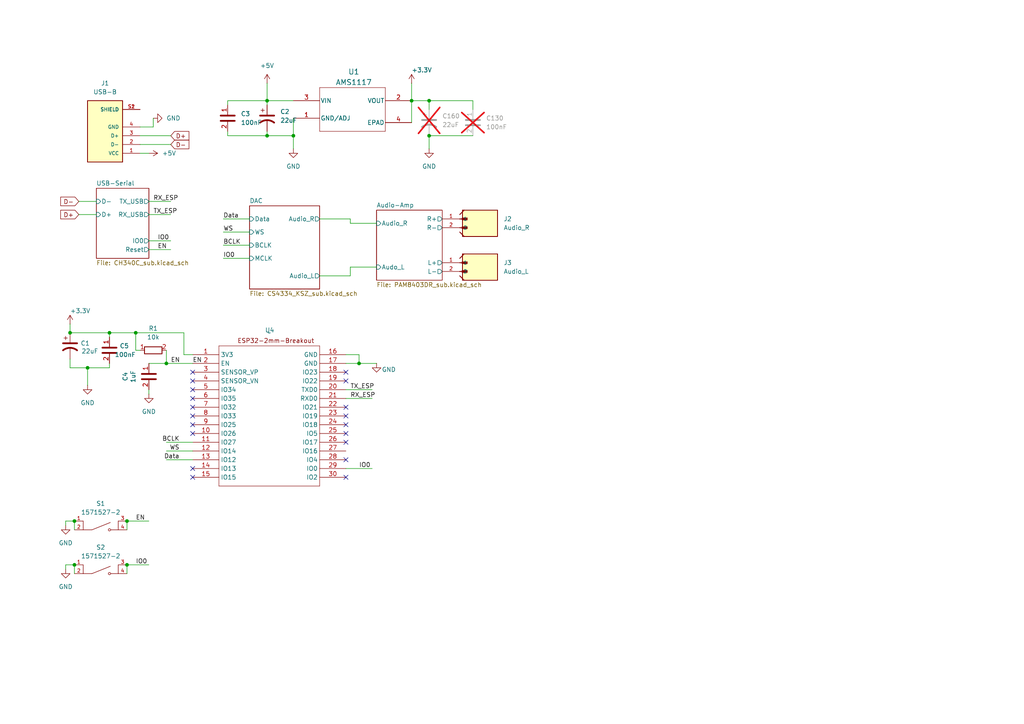
<source format=kicad_sch>
(kicad_sch (version 20231120) (generator "eeschema") (generator_version "8.0")
  (paper "A4")
  (lib_symbols
    (symbol "Device:C_Polarized_US" (pin_numbers hide) (pin_names (offset 0.254) hide)
      (property "Reference" "C" (at 0.635 2.54 0))
      (property "Value" "C_Polarized_US" (at 0.635 -2.54 0))
      (symbol "C_Polarized_US_0_1"
        (polyline (pts (xy -2.032 0.762) (xy 2.032 0.762)) (stroke (width 0.508)))
        (polyline (pts (xy -1.778 2.286) (xy -0.762 2.286)))
        (polyline (pts (xy -1.27 1.778) (xy -1.27 2.794)))
        (arc (start 2.032 -1.27) (mid 0 -0.5572) (end -2.032 -1.27) (stroke (width 0.508)))
      )
      (symbol "C_Polarized_US_1_1"
        (pin passive line (at 0 3.81 270) (length 2.794) (name "~") (number "1"))
        (pin passive line (at 0 -3.81 90) (length 3.302) (name "~") (number "2"))
      )
    )
    (symbol "PVA_board:1571527-2" (pin_names (offset 1.016))
      (property "Reference" "S" (at -2.54 1.27 0))
      (property "Value" "1571527-2" (at -4.826 -2.54 0))
      (symbol "1571527-2_0_0"
        (polyline (pts (xy -2.54 -1.27) (xy -5.08 -1.27)) (stroke (width 0.1524)))
        (polyline (pts (xy -2.54 -1.27) (xy 2.794 0.8636)) (stroke (width 0.1524)))
        (polyline (pts (xy 5.08 -1.27) (xy 2.921 -1.27)) (stroke (width 0.1524)))
        (circle (center 2.54 -1.27) (radius 0.3302) (stroke (width 0.1524)))
        (pin passive line (at -7.62 1.27 0) (length 2.54) (name "~") (number "1"))
        (pin passive line (at -7.62 -1.27 0) (length 2.54) (name "~") (number "2"))
        (pin passive line (at 7.62 1.27 180) (length 2.54) (name "~") (number "3"))
        (pin passive line (at 7.62 -1.27 180) (length 2.54) (name "~") (number "4"))
      )
      (symbol "1571527-2_0_1"
        (polyline (pts (xy -5.08 1.27) (xy -5.08 -1.27)))
        (polyline (pts (xy 5.08 1.27) (xy 5.08 -1.27)))
      )
    )
    (symbol "PVA_board:AMS1117" (pin_names (offset 0.254))
      (property "Reference" "U" (at -0.508 9.652 0))
      (property "Value" "AMS1117" (at -0.508 7.112 0))
      (symbol "AMS1117_0_1"
        (polyline (pts (xy -10.16 -7.62) (xy 8.89 -7.62)) (stroke (width 0.127)))
        (polyline (pts (xy -10.16 5.08) (xy -10.16 -7.62)) (stroke (width 0.127)))
        (polyline (pts (xy 8.89 -7.62) (xy 8.89 5.08)) (stroke (width 0.127)))
        (polyline (pts (xy 8.89 5.08) (xy -10.16 5.08)) (stroke (width 0.127)))
        (pin output line (at 16.51 1.27 180) (length 7.62) (name "VOUT") (number "2"))
        (pin input line (at -17.78 1.27 0) (length 7.62) (name "VIN") (number "3"))
        (pin power_in line (at 16.51 -5.08 180) (length 7.62) (name "EPAD") (number "4"))
      )
      (symbol "AMS1117_1_1"
        (pin power_out line (at -17.78 -3.81 0) (length 7.62) (name "GND/ADJ") (number "1"))
      )
    )
    (symbol "PVA_board:B2B-PH" (pin_names (offset 1.016))
      (property "Reference" "J" (at -5.58 5.08 0))
      (property "Value" "B2B-PH" (at -3.048 -4.572 0))
      (symbol "B2B-PH_0_0"
        (rectangle (start -4.445 -0.3175) (end -2.8575 0.3175) (stroke (width 0.1)) (fill (type outline)))
        (rectangle (start -4.445 2.2225) (end -2.8575 2.8575) (stroke (width 0.1)) (fill (type outline)))
        (rectangle (start -4.2863 -2.54) (end 5.8738 5.08) (stroke (width 0.254)) (fill (type background)))
        (polyline (pts (xy -5.08 -1.27) (xy -3.81 -2.54)) (stroke (width 0.254)))
        (polyline (pts (xy -5.08 0) (xy -3.175 0)) (stroke (width 0.254)))
        (polyline (pts (xy -5.08 2.54) (xy -3.175 2.54)) (stroke (width 0.254)))
        (polyline (pts (xy -5.08 3.81) (xy -3.81 5.08)) (stroke (width 0.254)))
        (pin passive line (at -10.16 2.54 0) (length 5.08) (name "1") (number "1"))
        (pin passive line (at -10.16 0 0) (length 5.08) (name "2") (number "2"))
      )
    )
    (symbol "PVA_board:C"
      (property "Reference" "C" (at 0 0 0))
      (symbol "C_0_1"
        (polyline (pts (xy -0.762 3.048) (xy -0.762 7.112)) (stroke (width 0.508)))
        (polyline (pts (xy 0.762 3.048) (xy 0.762 7.112)) (stroke (width 0.508)))
      )
      (symbol "C_1_1"
        (pin passive line (at -3.81 5.08 0) (length 2.794) (name "~") (number "1"))
        (pin passive line (at 3.81 5.08 180) (length 2.794) (name "~") (number "2"))
      )
    )
    (symbol "PVA_board:ESP32_breakout_2mm"
      (property "Reference" "U" (at 0 2.286 0))
      (symbol "ESP32_breakout_2mm_0_1"
        (polyline (pts (xy -15.24 -41.91) (xy 13.97 -41.91)) (stroke (width 0.127)))
        (polyline (pts (xy -15.24 -1.27) (xy -15.24 -41.91)) (stroke (width 0.127)))
        (polyline (pts (xy 13.97 -41.91) (xy 13.97 -1.27)) (stroke (width 0.127)))
        (polyline (pts (xy 13.97 -1.27) (xy -15.24 -1.27)) (stroke (width 0.127)))
        (pin bidirectional line (at 21.59 -31.75 180) (length 7.62) (name "IO16") (number "27"))
      )
      (symbol "ESP32_breakout_2mm_1_1"
        (text "ESP32-2mm-Breakout\n" (at 1.27 0.254 0) (effects (font (size 1.27 1.27))))
        (pin power_in line (at -22.86 -3.81 0) (length 7.62) (name "3V3") (number "1"))
        (pin bidirectional line (at -22.86 -26.67 0) (length 7.62) (name "IO26") (number "10"))
        (pin bidirectional line (at -22.86 -29.21 0) (length 7.62) (name "IO27") (number "11"))
        (pin bidirectional line (at -22.86 -31.75 0) (length 7.62) (name "IO14") (number "12"))
        (pin bidirectional line (at -22.86 -34.29 0) (length 7.62) (name "IO12") (number "13"))
        (pin bidirectional line (at -22.86 -36.83 0) (length 7.62) (name "IO13") (number "14"))
        (pin bidirectional line (at -22.86 -39.37 0) (length 7.62) (name "IO15") (number "15"))
        (pin power_out line (at 21.59 -3.81 180) (length 7.62) (name "GND") (number "16"))
        (pin power_out line (at 21.59 -6.35 180) (length 7.62) (name "GND") (number "17"))
        (pin bidirectional line (at 21.59 -8.89 180) (length 7.62) (name "IO23") (number "18"))
        (pin bidirectional line (at 21.59 -11.43 180) (length 7.62) (name "IO22") (number "19"))
        (pin input line (at -22.86 -6.35 0) (length 7.62) (name "EN") (number "2"))
        (pin bidirectional line (at 21.59 -13.97 180) (length 7.62) (name "TXD0") (number "20"))
        (pin bidirectional line (at 21.59 -16.51 180) (length 7.62) (name "RXD0") (number "21"))
        (pin bidirectional line (at 21.59 -19.05 180) (length 7.62) (name "IO21") (number "22"))
        (pin bidirectional line (at 21.59 -21.59 180) (length 7.62) (name "IO19") (number "23"))
        (pin bidirectional line (at 21.59 -24.13 180) (length 7.62) (name "IO18") (number "24"))
        (pin bidirectional line (at 21.59 -26.67 180) (length 7.62) (name "IO5") (number "25"))
        (pin bidirectional line (at 21.59 -29.21 180) (length 7.62) (name "IO17") (number "26"))
        (pin bidirectional line (at 21.59 -34.29 180) (length 7.62) (name "IO4") (number "28"))
        (pin bidirectional line (at 21.59 -36.83 180) (length 7.62) (name "IO0") (number "29"))
        (pin input line (at -22.86 -8.89 0) (length 7.62) (name "SENSOR_VP") (number "3"))
        (pin bidirectional line (at 21.59 -39.37 180) (length 7.62) (name "IO2") (number "30"))
        (pin input line (at -22.86 -11.43 0) (length 7.62) (name "SENSOR_VN") (number "4"))
        (pin input line (at -22.86 -13.97 0) (length 7.62) (name "IO34") (number "5"))
        (pin input line (at -22.86 -16.51 0) (length 7.62) (name "IO35") (number "6"))
        (pin bidirectional line (at -22.86 -19.05 0) (length 7.62) (name "IO32") (number "7"))
        (pin bidirectional line (at -22.86 -21.59 0) (length 7.62) (name "IO33") (number "8"))
        (pin bidirectional line (at -22.86 -24.13 0) (length 7.62) (name "IO25") (number "9"))
      )
    )
    (symbol "PVA_board:R"
      (property "Reference" "R" (at 0 0 0))
      (symbol "R_0_1"
        (rectangle (start 2.54 1.524) (end -2.54 3.556) (stroke (width 0.254)))
      )
      (symbol "R_1_1"
        (pin passive line (at -3.81 2.54 0) (length 1.27) (name "~") (number "1"))
        (pin passive line (at 3.81 2.54 180) (length 1.27) (name "~") (number "2"))
      )
    )
    (symbol "PVA_board:USB-B" (pin_names (offset 1.016))
      (property "Reference" "J" (at -5.08 8.89 0))
      (property "Value" "USB-B" (at -5.08 -12.7 0))
      (symbol "USB-B_0_0"
        (rectangle (start -5.08 7.62) (end 5.08 -10.16) (stroke (width 0.254)) (fill (type background)))
        (pin power_in line (at -10.16 5.08 0) (length 5.08) (name "VCC") (number "1"))
        (pin bidirectional line (at -10.16 2.54 0) (length 5.08) (name "D-") (number "2"))
        (pin bidirectional line (at -10.16 0 0) (length 5.08) (name "D+") (number "3"))
        (pin power_in line (at -10.16 -2.54 0) (length 5.08) (name "GND") (number "4"))
        (pin passive line (at -10.16 -7.62 0) (length 5.08) (name "SHIELD") (number "S1"))
        (pin passive line (at -10.16 -7.62 0) (length 5.08) (name "SHIELD") (number "S2"))
      )
    )
    (symbol "power:+3.3V" (power) (pin_numbers hide) (pin_names (offset 0) hide)
      (property "Value" "+3.3V" (at 0 3.556 0))
      (symbol "+3.3V_0_1"
        (polyline (pts (xy -0.762 1.27) (xy 0 2.54)))
        (polyline (pts (xy 0 0) (xy 0 2.54)))
        (polyline (pts (xy 0 2.54) (xy 0.762 1.27)))
      )
      (symbol "+3.3V_1_1"
        (pin power_in line (at 0 0 90) (length 0) (name "~") (number "1"))
      )
    )
    (symbol "power:+5V" (power) (pin_numbers hide) (pin_names (offset 0) hide)
      (property "Value" "+5V" (at 0 3.556 0))
      (symbol "+5V_0_1"
        (polyline (pts (xy -0.762 1.27) (xy 0 2.54)))
        (polyline (pts (xy 0 0) (xy 0 2.54)))
        (polyline (pts (xy 0 2.54) (xy 0.762 1.27)))
      )
      (symbol "+5V_1_1"
        (pin power_in line (at 0 0 90) (length 0) (name "~") (number "1"))
      )
    )
    (symbol "power:GND" (power) (pin_numbers hide) (pin_names (offset 0) hide)
      (property "Value" "GND" (at 0 -3.81 0))
      (symbol "GND_0_1"
        (polyline (pts (xy 0 0) (xy 0 -1.27) (xy 1.27 -1.27) (xy 0 -2.54) (xy -1.27 -1.27) (xy 0 -1.27)))
      )
      (symbol "GND_1_1"
        (pin power_in line (at 0 0 270) (length 0) (name "~") (number "1"))
      )
    )
  )
  (junction (at 77.47 39.37))
  (junction (at 124.46 39.37))
  (junction (at 36.83 151.13))
  (junction (at 124.46 29.21))
  (junction (at 36.83 163.83))
  (junction (at 119.38 29.21))
  (junction (at 31.75 96.52))
  (junction (at 104.14 105.41))
  (junction (at 21.59 163.83))
  (junction (at 48.26 105.41))
  (junction (at 77.47 29.21))
  (junction (at 20.32 96.52))
  (junction (at 39.37 96.52))
  (junction (at 21.59 151.13))
  (junction (at 25.4 106.68))
  (junction (at 85.09 39.37))
  (no_connect (at 100.33 110.49))
  (no_connect (at 55.88 123.19))
  (no_connect (at 100.33 133.35))
  (no_connect (at 55.88 113.03))
  (no_connect (at 100.33 118.11))
  (no_connect (at 55.88 115.57))
  (no_connect (at 55.88 125.73))
  (no_connect (at 55.88 120.65))
  (no_connect (at 55.88 107.95))
  (no_connect (at 55.88 110.49))
  (no_connect (at 100.33 123.19))
  (no_connect (at 55.88 138.43))
  (no_connect (at 100.33 128.27))
  (no_connect (at 100.33 107.95))
  (no_connect (at 100.33 120.65))
  (no_connect (at 55.88 118.11))
  (no_connect (at 100.33 138.43))
  (no_connect (at 100.33 125.73))
  (no_connect (at 55.88 135.89))
  (wire (pts (xy 20.32 104.14) (xy 20.32 106.68)))
  (wire (pts (xy 92.71 80.01) (xy 101.6 80.01)))
  (wire (pts (xy 104.14 105.41) (xy 100.33 105.41)))
  (wire (pts (xy 25.4 106.68) (xy 25.4 111.76)))
  (wire (pts (xy 40.64 41.91) (xy 49.53 41.91)))
  (wire (pts (xy 101.6 77.47) (xy 109.22 77.47)))
  (wire (pts (xy 40.64 36.83) (xy 44.45 36.83)))
  (wire (pts (xy 64.77 63.5) (xy 72.39 63.5)))
  (wire (pts (xy 31.75 106.68) (xy 25.4 106.68)))
  (wire (pts (xy 36.83 163.83) (xy 43.18 163.83)))
  (wire (pts (xy 55.88 128.27) (xy 48.26 128.27)))
  (wire (pts (xy 100.33 135.89) (xy 107.95 135.89)))
  (wire (pts (xy 119.38 24.13) (xy 119.38 29.21)))
  (wire (pts (xy 53.34 96.52) (xy 39.37 96.52)))
  (wire (pts (xy 124.46 39.37) (xy 137.16 39.37)))
  (wire (pts (xy 66.04 29.21) (xy 77.47 29.21)))
  (wire (pts (xy 77.47 29.21) (xy 85.09 29.21)))
  (wire (pts (xy 77.47 30.48) (xy 77.47 29.21)))
  (wire (pts (xy 66.04 39.37) (xy 77.47 39.37)))
  (wire (pts (xy 55.88 133.35) (xy 48.26 133.35)))
  (wire (pts (xy 43.18 58.42) (xy 49.53 58.42)))
  (wire (pts (xy 43.18 113.03) (xy 43.18 114.3)))
  (wire (pts (xy 64.77 67.31) (xy 72.39 67.31)))
  (wire (pts (xy 124.46 43.18) (xy 124.46 39.37)))
  (wire (pts (xy 21.59 163.83) (xy 19.05 163.83)))
  (wire (pts (xy 21.59 151.13) (xy 19.05 151.13)))
  (wire (pts (xy 19.05 163.83) (xy 19.05 165.1)))
  (wire (pts (xy 77.47 24.13) (xy 77.47 29.21)))
  (wire (pts (xy 31.75 96.52) (xy 39.37 96.52)))
  (wire (pts (xy 77.47 39.37) (xy 85.09 39.37)))
  (wire (pts (xy 124.46 29.21) (xy 124.46 31.75)))
  (wire (pts (xy 21.59 151.13) (xy 21.59 153.67)))
  (wire (pts (xy 64.77 71.12) (xy 72.39 71.12)))
  (wire (pts (xy 100.33 115.57) (xy 107.95 115.57)))
  (wire (pts (xy 92.71 63.5) (xy 101.6 63.5)))
  (wire (pts (xy 124.46 29.21) (xy 137.16 29.21)))
  (wire (pts (xy 21.59 163.83) (xy 21.59 166.37)))
  (wire (pts (xy 55.88 102.87) (xy 53.34 102.87)))
  (wire (pts (xy 109.22 105.41) (xy 104.14 105.41)))
  (wire (pts (xy 85.09 39.37) (xy 85.09 34.29)))
  (wire (pts (xy 36.83 151.13) (xy 43.18 151.13)))
  (wire (pts (xy 48.26 105.41) (xy 55.88 105.41)))
  (wire (pts (xy 48.26 101.6) (xy 48.26 105.41)))
  (wire (pts (xy 66.04 38.1) (xy 66.04 39.37)))
  (wire (pts (xy 40.64 39.37) (xy 49.53 39.37)))
  (wire (pts (xy 64.77 74.93) (xy 72.39 74.93)))
  (wire (pts (xy 31.75 97.79) (xy 31.75 96.52)))
  (wire (pts (xy 36.83 163.83) (xy 36.83 166.37)))
  (wire (pts (xy 77.47 38.1) (xy 77.47 39.37)))
  (wire (pts (xy 104.14 102.87) (xy 104.14 105.41)))
  (wire (pts (xy 31.75 105.41) (xy 31.75 106.68)))
  (wire (pts (xy 119.38 29.21) (xy 119.38 35.56)))
  (wire (pts (xy 101.6 63.5) (xy 101.6 64.77)))
  (wire (pts (xy 100.33 102.87) (xy 104.14 102.87)))
  (wire (pts (xy 137.16 29.21) (xy 137.16 31.75)))
  (wire (pts (xy 20.32 93.98) (xy 20.32 96.52)))
  (wire (pts (xy 20.32 96.52) (xy 31.75 96.52)))
  (wire (pts (xy 40.64 44.45) (xy 43.18 44.45)))
  (wire (pts (xy 101.6 64.77) (xy 109.22 64.77)))
  (wire (pts (xy 66.04 29.21) (xy 66.04 30.48)))
  (wire (pts (xy 43.18 105.41) (xy 48.26 105.41)))
  (wire (pts (xy 20.32 106.68) (xy 25.4 106.68)))
  (wire (pts (xy 100.33 113.03) (xy 107.95 113.03)))
  (wire (pts (xy 124.46 29.21) (xy 119.38 29.21)))
  (wire (pts (xy 43.18 62.23) (xy 49.53 62.23)))
  (wire (pts (xy 85.09 43.18) (xy 85.09 39.37)))
  (wire (pts (xy 39.37 101.6) (xy 39.37 96.52)))
  (wire (pts (xy 53.34 96.52) (xy 53.34 102.87)))
  (wire (pts (xy 22.86 58.42) (xy 27.94 58.42)))
  (wire (pts (xy 43.18 69.85) (xy 49.53 69.85)))
  (wire (pts (xy 101.6 80.01) (xy 101.6 77.47)))
  (wire (pts (xy 36.83 151.13) (xy 36.83 153.67)))
  (wire (pts (xy 55.88 130.81) (xy 48.26 130.81)))
  (wire (pts (xy 22.86 62.23) (xy 27.94 62.23)))
  (wire (pts (xy 43.18 72.39) (xy 49.53 72.39)))
  (wire (pts (xy 40.64 101.6) (xy 39.37 101.6)))
  (wire (pts (xy 19.05 151.13) (xy 19.05 152.4)))
  (wire (pts (xy 44.45 36.83) (xy 44.45 34.29)))
  (label "TX_ESP" (at 101.6 113.03 0))
  (label "IO0" (at 64.77 74.93 0))
  (label "IO0" (at 104.14 135.89 0))
  (label "EN" (at 39.37 151.13 0))
  (label "EN" (at 45.72 72.39 0))
  (label "BCLK" (at 64.77 71.12 0))
  (label "IO0" (at 39.37 163.83 0))
  (label "TX_ESP" (at 44.45 62.23 0))
  (label "RX_ESP" (at 44.45 58.42 0))
  (label "IO0" (at 45.72 69.85 0))
  (label "EN" (at 55.88 105.41 0))
  (label "RX_ESP" (at 101.6 115.57 0))
  (label "Data" (at 64.77 63.5 0))
  (label "EN" (at 49.53 105.41 0))
  (label "BCLK" (at 52.07 128.27 180))
  (label "WS" (at 64.77 67.31 0))
  (label "Data" (at 52.07 133.35 180))
  (label "WS" (at 52.07 130.81 180))
  (global_label "D+" (shape input) (at 22.86 62.23 180) (property "Intersheetrefs" "${INTERSHEET_REFS}" (effects (hide yes))))
  (global_label "D+" (shape input) (at 49.53 39.37 0) (property "Intersheetrefs" "${INTERSHEET_REFS}" (effects (hide yes))))
  (global_label "D-" (shape input) (at 49.53 41.91 0) (property "Intersheetrefs" "${INTERSHEET_REFS}" (effects (hide yes))))
  (global_label "D-" (shape input) (at 22.86 58.42 180) (property "Intersheetrefs" "${INTERSHEET_REFS}" (effects (hide yes))))
  (symbol (lib_id "Device:C_Polarized_US") (at 20.32 100.33 0) (unit 1)
    (property "Reference" "C1" (at 23.368 99.568 0) (effects (justify left)))
    (property "Value" "22uF" (at 23.622 101.854 0) (effects (justify left)))
    (property "Footprint" "PVA_board:CP_Elec_6.3x5.4" (effects (hide yes)))
    (property "Description" "Polarized capacitor, US symbol" (effects (hide yes)))
  )
  (symbol (lib_id "PVA_board:C") (at 38.1 109.22 270) (unit 1)
    (property "Reference" "C4" (at 36.322 109.22 0))
    (property "Value" "1uF" (at 38.608 109.22 0))
    (property "Footprint" "PVA_board:C-0805" (effects (hide yes)))
  )
  (symbol (lib_id "PVA_board:R") (at 44.45 104.14 0) (unit 1)
    (property "Reference" "R1" (at 44.45 95.25 0))
    (property "Value" "10k" (at 44.45 97.79 0))
    (property "Footprint" "PVA_board:R-0805" (effects (hide yes)))
  )
  (symbol (lib_id "power:GND") (at 43.18 114.3 0) (unit 1)
    (property "Reference" "#PWR034" (effects (hide yes)))
    (property "Value" "GND" (at 43.18 119.38 0))
    (property "Description" "Power symbol creates a global label with name \"GND\" , ground" (effects (hide yes)))
  )
  (symbol (lib_id "PVA_board:ESP32_breakout_2mm") (at 78.74 99.06 0) (unit 1)
    (property "Reference" "U4" (at 78.232 95.758 0))
    (property "Value" "~" (at 78.105 96.52 0))
    (property "Footprint" "PVA_board:2mm_2row_esp32_breakout" (effects (hide yes)))
  )
  (symbol (lib_id "power:GND") (at 25.4 111.76 0) (unit 1)
    (property "Reference" "#PWR010" (effects (hide yes)))
    (property "Value" "GND" (at 25.4 116.84 0))
    (property "Description" "Power symbol creates a global label with name \"GND\" , ground" (effects (hide yes)))
  )
  (symbol (lib_id "power:+3.3V") (at 119.38 24.13 0) (unit 1)
    (property "Reference" "#PWR02" (effects (hide yes)))
    (property "Value" "+3.3V" (at 119.3801 20.32 0) (effects (justify left)))
    (property "Description" "Power symbol creates a global label with name \"+3.3V\"" (effects (hide yes)))
  )
  (symbol (lib_id "PVA_board:USB-B") (at 30.48 39.37 180) (unit 1)
    (property "Reference" "J1" (at 30.48 24.13 0))
    (property "Value" "USB-B" (at 30.48 26.67 0))
    (property "Footprint" "PVA_board:SAMTEC_USB-B-S-X-X-TH" (effects (hide yes)))
  )
  (symbol (lib_id "power:GND") (at 85.09 43.18 0) (unit 1)
    (property "Reference" "#PWR08" (effects (hide yes)))
    (property "Value" "GND" (at 85.09 48.26 0))
    (property "Description" "Power symbol creates a global label with name \"GND\" , ground" (effects (hide yes)))
  )
  (symbol (lib_id "PVA_board:B2B-PH") (at 138.43 66.04 0) (unit 1)
    (property "Reference" "J2" (at 146.05 63.4999 0) (effects (justify left)))
    (property "Value" "Audio_R" (at 146.05 66.0399 0) (effects (justify left)))
    (property "Footprint" "PVA_board:JST_B2B-PH" (effects (hide yes)))
  )
  (symbol (lib_id "power:+3.3V") (at 20.32 93.98 0) (unit 1)
    (property "Reference" "#PWR031" (effects (hide yes)))
    (property "Value" "+3.3V" (at 20.3201 90.17 0) (effects (justify left)))
    (property "Description" "Power symbol creates a global label with name \"+3.3V\"" (effects (hide yes)))
  )
  (symbol (lib_id "power:+5V") (at 77.47 24.13 0) (unit 1)
    (property "Reference" "#PWR09" (effects (hide yes)))
    (property "Value" "+5V" (at 77.47 19.05 0))
    (property "Description" "Power symbol creates a global label with name \"+5V\"" (effects (hide yes)))
  )
  (symbol (lib_id "power:GND") (at 109.22 105.41 0) (unit 1)
    (property "Reference" "#PWR032" (effects (hide yes)))
    (property "Value" "GND" (at 112.776 107.188 0))
    (property "Description" "Power symbol creates a global label with name \"GND\" , ground" (effects (hide yes)))
  )
  (symbol (lib_id "PVA_board:B2B-PH") (at 138.43 78.74 0) (unit 1)
    (property "Reference" "J3" (at 146.05 76.1999 0) (effects (justify left)))
    (property "Value" "Audio_L" (at 146.05 78.7399 0) (effects (justify left)))
    (property "Footprint" "PVA_board:JST_B2B-PH" (effects (hide yes)))
  )
  (symbol (lib_id "power:GND") (at 19.05 152.4 0) (unit 1)
    (property "Reference" "#PWR036" (effects (hide yes)))
    (property "Value" "GND" (at 19.05 157.48 0))
    (property "Description" "Power symbol creates a global label with name \"GND\" , ground" (effects (hide yes)))
  )
  (symbol (lib_id "PVA_board:1571527-2") (at 29.21 152.4 0) (unit 1)
    (property "Reference" "S1" (at 29.21 146.05 0))
    (property "Value" "1571527-2" (at 29.21 148.59 0))
    (property "Footprint" "PVA_board:SW_4pin_SMD" (effects (hide yes)))
  )
  (symbol (lib_id "power:GND") (at 19.05 165.1 0) (unit 1)
    (property "Reference" "#PWR035" (effects (hide yes)))
    (property "Value" "GND" (at 19.05 170.18 0))
    (property "Description" "Power symbol creates a global label with name \"GND\" , ground" (effects (hide yes)))
  )
  (symbol (lib_id "PVA_board:C") (at 26.67 101.6 270) (unit 1)
    (property "Reference" "C5" (at 36.068 100.33 90))
    (property "Value" "100nF" (at 36.322 102.87 90))
    (property "Footprint" "PVA_board:C-0805" (effects (hide yes)))
  )
  (symbol (lib_id "PVA_board:C") (at 60.96 34.29 270) (unit 1)
    (property "Reference" "C3" (at 69.85 33.0199 90) (effects (justify left)))
    (property "Value" "100nF" (at 69.85 35.5599 90) (effects (justify left)))
    (property "Footprint" "PVA_board:C-0805" (effects (hide yes)))
  )
  (symbol (lib_id "power:GND") (at 44.45 34.29 90) (unit 1)
    (property "Reference" "#PWR03" (effects (hide yes)))
    (property "Value" "GND" (at 48.26 34.2899 90) (effects (justify right)))
    (property "Description" "Power symbol creates a global label with name \"GND\" , ground" (effects (hide yes)))
  )
  (symbol (lib_id "PVA_board:C") (at 132.08 35.56 270) (unit 1) (on_board no) (dnp yes)
    (property "Reference" "C130" (at 140.97 34.2899 90) (effects (justify left)))
    (property "Value" "100nF" (at 140.97 36.8299 90) (effects (justify left)))
    (property "Footprint" "PVA_board:C-0805" (effects (hide yes)))
  )
  (symbol (lib_id "PVA_board:AMS1117") (at 102.87 30.48 0) (unit 1)
    (property "Reference" "U1" (at 102.616 20.828 0) (effects (font (size 1.524 1.524))))
    (property "Value" "AMS1117" (at 102.616 23.876 0) (effects (font (size 1.524 1.524))))
    (property "Footprint" "PVA_board:SOT_AMS_ADS-M" (effects (hide yes)))
    (property "Datasheet" "AMS1117" (effects (hide yes)))
  )
  (symbol (lib_id "PVA_board:1571527-2") (at 29.21 165.1 0) (unit 1)
    (property "Reference" "S2" (at 29.21 158.75 0))
    (property "Value" "1571527-2" (at 29.21 161.29 0))
    (property "Footprint" "PVA_board:SW_4pin_SMD" (effects (hide yes)))
  )
  (symbol (lib_id "Device:C_Polarized_US") (at 124.46 35.56 0) (unit 1) (on_board no) (dnp yes)
    (property "Reference" "C160" (at 128.27 33.6549 0) (effects (justify left)))
    (property "Value" "22uF" (at 128.27 36.1949 0) (effects (justify left)))
    (property "Footprint" "Capacitor_SMD:CP_Elec_6.3x5.4" (effects (hide yes)))
    (property "Description" "Polarized capacitor, US symbol" (effects (hide yes)))
  )
  (symbol (lib_id "Device:C_Polarized_US") (at 77.47 34.29 0) (unit 1)
    (property "Reference" "C2" (at 81.28 32.3849 0) (effects (justify left)))
    (property "Value" "22uF" (at 81.28 34.9249 0) (effects (justify left)))
    (property "Footprint" "PVA_board:CP_Elec_6.3x5.4" (effects (hide yes)))
    (property "Description" "Polarized capacitor, US symbol" (effects (hide yes)))
  )
  (symbol (lib_id "power:+5V") (at 43.18 44.45 270) (unit 1)
    (property "Reference" "#PWR01" (effects (hide yes)))
    (property "Value" "+5V" (at 46.99 44.4499 90) (effects (justify left)))
    (property "Description" "Power symbol creates a global label with name \"+5V\"" (effects (hide yes)))
  )
  (symbol (lib_id "power:GND") (at 124.46 43.18 0) (unit 1)
    (property "Reference" "#PWR033" (effects (hide yes)))
    (property "Value" "GND" (at 124.46 48.26 0))
    (property "Description" "Power symbol creates a global label with name \"GND\" , ground" (effects (hide yes)))
  )
  (sheet (at 27.94 54.61) (size 15.24 20.32) (stroke (width 0.1524))
    (property "Sheetname" "USB-Serial" (at 27.94 53.8984 0) (effects (justify left bottom)))
    (property "Sheetfile" "CH340C_sub.kicad_sch" (at 27.94 75.5146 0) (effects (justify left top)))
    (pin "D-" input (at 27.94 58.42 180))
    (pin "D+" input (at 27.94 62.23 180))
    (pin "Reset" output (at 43.18 72.39 0))
    (pin "IO0" output (at 43.18 69.85 0))
    (pin "TX_USB" output (at 43.18 58.42 0))
    (pin "RX_USB" output (at 43.18 62.23 0))
  )
  (sheet (at 72.39 59.69) (size 20.32 24.13) (stroke (width 0.1524))
    (property "Sheetname" "DAC" (at 72.39 58.9784 0) (effects (justify left bottom)))
    (property "Sheetfile" "CS4334_KSZ_sub.kicad_sch" (at 72.39 84.4046 0) (effects (justify left top)))
    (pin "Audio_L" output (at 92.71 80.01 0))
    (pin "Audio_R" output (at 92.71 63.5 0))
    (pin "Data" input (at 72.39 63.5 180))
    (pin "WS" input (at 72.39 67.31 180))
    (pin "MCLK" input (at 72.39 74.93 180))
    (pin "BCLK" input (at 72.39 71.12 180))
  )
  (sheet (at 109.22 60.96) (size 19.05 20.32) (stroke (width 0.1524))
    (property "Sheetname" "Audio-Amp" (at 109.22 60.2484 0) (effects (justify left bottom)))
    (property "Sheetfile" "PAM8403DR_sub.kicad_sch" (at 109.22 81.8646 0) (effects (justify left top)))
    (pin "R-" output (at 128.27 66.04 0))
    (pin "R+" output (at 128.27 63.5 0))
    (pin "Audio_R" input (at 109.22 64.77 180))
    (pin "L+" output (at 128.27 76.2 0))
    (pin "L-" output (at 128.27 78.74 0))
    (pin "Audo_L" input (at 109.22 77.47 180))
  )
)
</source>
